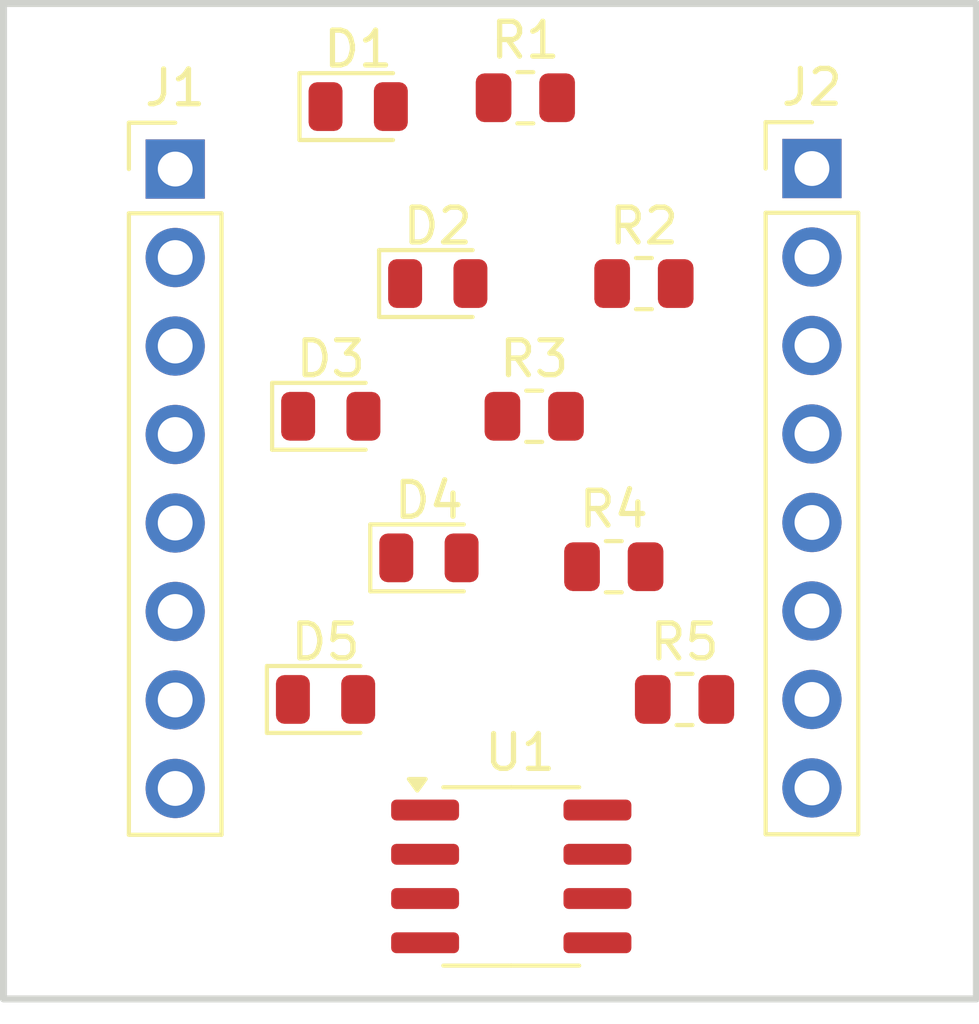
<source format=kicad_pcb>
(kicad_pcb (version 20240108) (generator "pcbnew") (generator_version "8.0")
  (layers (0 "F.Cu" signal) (31 "B.Cu" signal) (34 "B.Paste" user) (35 "F.Paste" user) (36 "B.SilkS" user "B.Silkscreen") (37 "F.SilkS" user "F.Silkscreen") (38 "B.Mask" user) (39 "F.Mask" user) (44 "Edge.Cuts" user))
  (net 0 "")
  (net 1 "Net-(D1-K)")
  (net 2 "/+3.3V")
  (net 3 "/SCK")
  (net 4 "Net-(D2-K)")
  (net 5 "Net-(D3-K)")
  (net 6 "/CS")
  (net 7 "/COPI")
  (net 8 "Net-(D4-K)")
  (net 9 "/PICO")
  (net 10 "Net-(D5-K)")
  (net 12 "GND")
  (footprint "Resistor_SMD:R_0805_2012Metric" (layer "F.Cu") (at 164.7425 133.35)
    (property "Reference" "R3" (at 0 -1.65 0) (layer "F.SilkS"))
    (property "Value" "1k")
    (fp_line (start -0.227064 -0.735) (end 0.227064 -0.735) (stroke (width 0.12)) (layer "F.SilkS"))
    (fp_line (start -0.227064 0.735) (end 0.227064 0.735) (stroke (width 0.12)) (layer "F.SilkS"))
    (pad "1" smd roundrect (at -0.9125 0) (size 1.025 1.4) (layers "F.Cu" "F.Paste" "F.Mask") (roundrect_rratio 0.243902) (net 5 "Net-(D3-K)"))
    (pad "2" smd roundrect (at 0.9125 0) (size 1.025 1.4) (layers "F.Cu" "F.Paste" "F.Mask") (roundrect_rratio 0.243902) (net 12 "GND"))
  )
  (footprint "Resistor_SMD:R_0805_2012Metric" (layer "F.Cu") (at 167.0285 137.668)
    (property "Reference" "R4" (at 0 -1.65 0) (layer "F.SilkS"))
    (property "Value" "1k")
    (fp_line (start -0.227064 -0.735) (end 0.227064 -0.735) (stroke (width 0.12)) (layer "F.SilkS"))
    (fp_line (start -0.227064 0.735) (end 0.227064 0.735) (stroke (width 0.12)) (layer "F.SilkS"))
    (pad "1" smd roundrect (at -0.9125 0) (size 1.025 1.4) (layers "F.Cu" "F.Paste" "F.Mask") (roundrect_rratio 0.243902) (net 8 "Net-(D4-K)"))
    (pad "2" smd roundrect (at 0.9125 0) (size 1.025 1.4) (layers "F.Cu" "F.Paste" "F.Mask") (roundrect_rratio 0.243902) (net 12 "GND"))
  )
  (footprint "Resistor_SMD:R_0805_2012Metric" (layer "F.Cu") (at 169.0605 141.478)
    (property "Reference" "R5" (at 0 -1.65 0) (layer "F.SilkS"))
    (property "Value" "1k")
    (fp_line (start -0.227064 -0.735) (end 0.227064 -0.735) (stroke (width 0.12)) (layer "F.SilkS"))
    (fp_line (start -0.227064 0.735) (end 0.227064 0.735) (stroke (width 0.12)) (layer "F.SilkS"))
    (pad "1" smd roundrect (at -0.9125 0) (size 1.025 1.4) (layers "F.Cu" "F.Paste" "F.Mask") (roundrect_rratio 0.243902) (net 10 "Net-(D5-K)"))
    (pad "2" smd roundrect (at 0.9125 0) (size 1.025 1.4) (layers "F.Cu" "F.Paste" "F.Mask") (roundrect_rratio 0.243902) (net 12 "GND"))
  )
  (footprint "Connector_PinHeader_2.54mm:PinHeader_1x08_P2.54mm_Vertical" (layer "F.Cu") (at 172.72 126.238)
    (property "Reference" "J2" (at 0 -2.33 0) (layer "F.SilkS"))
    (property "Value" "Conn_01x08")
    (fp_line (start -1.33 -1.33) (end 0 -1.33) (stroke (width 0.12)) (layer "F.SilkS"))
    (fp_line (start -1.33 0) (end -1.33 -1.33) (stroke (width 0.12)) (layer "F.SilkS"))
    (fp_line (start -1.33 1.27) (end -1.33 19.11) (stroke (width 0.12)) (layer "F.SilkS"))
    (fp_line (start -1.33 1.27) (end 1.33 1.27) (stroke (width 0.12)) (layer "F.SilkS"))
    (fp_line (start -1.33 19.11) (end 1.33 19.11) (stroke (width 0.12)) (layer "F.SilkS"))
    (fp_line (start 1.33 1.27) (end 1.33 19.11) (stroke (width 0.12)) (layer "F.SilkS"))
    (pad "1" thru_hole rect (at 0 0) (size 1.7 1.7) (drill 1) (layers "*.Cu" "*.Mask"))
    (pad "2" thru_hole oval (at 0 2.54) (size 1.7 1.7) (drill 1) (layers "*.Cu" "*.Mask"))
    (pad "3" thru_hole oval (at 0 5.08) (size 1.7 1.7) (drill 1) (layers "*.Cu" "*.Mask"))
    (pad "4" thru_hole oval (at 0 7.62) (size 1.7 1.7) (drill 1) (layers "*.Cu" "*.Mask"))
    (pad "5" thru_hole oval (at 0 10.16) (size 1.7 1.7) (drill 1) (layers "*.Cu" "*.Mask"))
    (pad "6" thru_hole oval (at 0 12.7) (size 1.7 1.7) (drill 1) (layers "*.Cu" "*.Mask"))
    (pad "7" thru_hole oval (at 0 15.24) (size 1.7 1.7) (drill 1) (layers "*.Cu" "*.Mask"))
    (pad "8" thru_hole oval (at 0 17.78) (size 1.7 1.7) (drill 1) (layers "*.Cu" "*.Mask"))
  )
  (footprint "LED_SMD:LED_0805_2012Metric" (layer "F.Cu") (at 161.7195 137.414)
    (property "Reference" "D4" (at 0 -1.65 0) (layer "F.SilkS"))
    (property "Value" "LED")
    (fp_line (start -1.685 -0.96) (end -1.685 0.96) (stroke (width 0.12)) (layer "F.SilkS"))
    (fp_line (start -1.685 0.96) (end 1 0.96) (stroke (width 0.12)) (layer "F.SilkS"))
    (fp_line (start 1 -0.96) (end -1.685 -0.96) (stroke (width 0.12)) (layer "F.SilkS"))
    (pad "1" smd roundrect (at -0.9375 0) (size 0.975 1.4) (layers "F.Cu" "F.Paste" "F.Mask") (net 8 "Net-(D4-K)"))
    (pad "2" smd roundrect (at 0.9375 0) (size 0.975 1.4) (layers "F.Cu" "F.Paste" "F.Mask") (net 7 "/COPI"))
  )
  (footprint "LED_SMD:LED_0805_2012Metric" (layer "F.Cu") (at 158.9005 133.35)
    (property "Reference" "D3" (at 0 -1.65 0) (layer "F.SilkS"))
    (property "Value" "LED")
    (fp_line (start -1.685 -0.96) (end -1.685 0.96) (stroke (width 0.12)) (layer "F.SilkS"))
    (fp_line (start -1.685 0.96) (end 1 0.96) (stroke (width 0.12)) (layer "F.SilkS"))
    (fp_line (start 1 -0.96) (end -1.685 -0.96) (stroke (width 0.12)) (layer "F.SilkS"))
    (pad "1" smd roundrect (at -0.9375 0) (size 0.975 1.4) (layers "F.Cu" "F.Paste" "F.Mask") (net 5 "Net-(D3-K)"))
    (pad "2" smd roundrect (at 0.9375 0) (size 0.975 1.4) (layers "F.Cu" "F.Paste" "F.Mask") (net 6 "/CS"))
  )
  (footprint "Resistor_SMD:R_0805_2012Metric" (layer "F.Cu") (at 167.894 129.54)
    (property "Reference" "R2" (at 0 -1.65 0) (layer "F.SilkS"))
    (property "Value" "1k")
    (fp_line (start -0.227064 -0.735) (end 0.227064 -0.735) (stroke (width 0.12)) (layer "F.SilkS"))
    (fp_line (start -0.227064 0.735) (end 0.227064 0.735) (stroke (width 0.12)) (layer "F.SilkS"))
    (pad "1" smd roundrect (at -0.9125 0) (size 1.025 1.4) (layers "F.Cu" "F.Paste" "F.Mask") (roundrect_rratio 0.243902) (net 4 "Net-(D2-K)"))
    (pad "2" smd roundrect (at 0.9125 0) (size 1.025 1.4) (layers "F.Cu" "F.Paste" "F.Mask") (roundrect_rratio 0.243902) (net 12 "GND"))
  )
  (footprint "Connector_PinHeader_2.54mm:PinHeader_1x08_P2.54mm_Vertical" (layer "F.Cu") (at 154.432 126.253)
    (property "Reference" "J1" (at 0 -2.33 0) (layer "F.SilkS"))
    (property "Value" "Conn_01x08")
    (fp_line (start -1.33 -1.33) (end 0 -1.33) (stroke (width 0.12)) (layer "F.SilkS"))
    (fp_line (start -1.33 0) (end -1.33 -1.33) (stroke (width 0.12)) (layer "F.SilkS"))
    (fp_line (start -1.33 1.27) (end -1.33 19.11) (stroke (width 0.12)) (layer "F.SilkS"))
    (fp_line (start -1.33 1.27) (end 1.33 1.27) (stroke (width 0.12)) (layer "F.SilkS"))
    (fp_line (start -1.33 19.11) (end 1.33 19.11) (stroke (width 0.12)) (layer "F.SilkS"))
    (fp_line (start 1.33 1.27) (end 1.33 19.11) (stroke (width 0.12)) (layer "F.SilkS"))
    (pad "1" thru_hole rect (at 0 0) (size 1.7 1.7) (drill 1) (layers "*.Cu" "*.Mask"))
    (pad "2" thru_hole oval (at 0 2.54) (size 1.7 1.7) (drill 1) (layers "*.Cu" "*.Mask"))
    (pad "3" thru_hole oval (at 0 5.08) (size 1.7 1.7) (drill 1) (layers "*.Cu" "*.Mask") (net 6 "/CS"))
    (pad "4" thru_hole oval (at 0 7.62) (size 1.7 1.7) (drill 1) (layers "*.Cu" "*.Mask") (net 3 "/SCK"))
    (pad "5" thru_hole oval (at 0 10.16) (size 1.7 1.7) (drill 1) (layers "*.Cu" "*.Mask") (net 9 "/PICO"))
    (pad "6" thru_hole oval (at 0 12.7) (size 1.7 1.7) (drill 1) (layers "*.Cu" "*.Mask") (net 7 "/COPI"))
    (pad "7" thru_hole oval (at 0 15.24) (size 1.7 1.7) (drill 1) (layers "*.Cu" "*.Mask") (net 2 "/+3.3V"))
    (pad "8" thru_hole oval (at 0 17.78) (size 1.7 1.7) (drill 1) (layers "*.Cu" "*.Mask") (net 12 "GND"))
  )
  (footprint "Package_SO:SOIC-8_3.9x4.9mm_P1.27mm" (layer "F.Cu") (at 164.084 146.558)
    (property "Reference" "U1" (at 0.254 -3.556 0) (layer "F.SilkS"))
    (property "Value" "~")
    (fp_line (start 0 -2.56) (end -1.95 -2.56) (stroke (width 0.12)) (layer "F.SilkS"))
    (fp_line (start 0 -2.56) (end 1.95 -2.56) (stroke (width 0.12)) (layer "F.SilkS"))
    (fp_line (start 0 2.56) (end -1.95 2.56) (stroke (width 0.12)) (layer "F.SilkS"))
    (fp_line (start 0 2.56) (end 1.95 2.56) (stroke (width 0.12)) (layer "F.SilkS"))
    (fp_poly (pts (xy -2.7 -2.465) (xy -2.94 -2.795) (xy -2.46 -2.795) (xy -2.7 -2.465)) (stroke (width 0.12)) (fill solid) (layer "F.SilkS"))
    (pad "1" smd roundrect (at -2.475 -1.905) (size 1.95 0.6) (layers "F.Cu" "F.Paste" "F.Mask") (net 2 "/+3.3V"))
    (pad "2" smd roundrect (at -2.475 -0.635) (size 1.95 0.6) (layers "F.Cu" "F.Paste" "F.Mask") (net 6 "/CS"))
    (pad "3" smd roundrect (at -2.475 0.635) (size 1.95 0.6) (layers "F.Cu" "F.Paste" "F.Mask") (net 3 "/SCK"))
    (pad "4" smd roundrect (at -2.475 1.905) (size 1.95 0.6) (layers "F.Cu" "F.Paste" "F.Mask") (net 12 "GND"))
    (pad "5" smd roundrect (at 2.475 1.905) (size 1.95 0.6) (layers "F.Cu" "F.Paste" "F.Mask") (net 9 "/PICO"))
    (pad "6" smd roundrect (at 2.475 0.635) (size 1.95 0.6) (layers "F.Cu" "F.Paste" "F.Mask") (net 7 "/COPI"))
    (pad "7" smd roundrect (at 2.475 -0.635) (size 1.95 0.6) (layers "F.Cu" "F.Paste" "F.Mask") (net 2 "/+3.3V"))
    (pad "8" smd roundrect (at 2.475 -1.905) (size 1.95 0.6) (layers "F.Cu" "F.Paste" "F.Mask") (net 2 "/+3.3V"))
  )
  (footprint "Resistor_SMD:R_0805_2012Metric" (layer "F.Cu") (at 164.4885 124.206)
    (property "Reference" "R1" (at 0 -1.65 0) (layer "F.SilkS"))
    (property "Value" "1k")
    (fp_line (start -0.227064 -0.735) (end 0.227064 -0.735) (stroke (width 0.12)) (layer "F.SilkS"))
    (fp_line (start -0.227064 0.735) (end 0.227064 0.735) (stroke (width 0.12)) (layer "F.SilkS"))
    (pad "1" smd roundrect (at -0.9125 0) (size 1.025 1.4) (layers "F.Cu" "F.Paste" "F.Mask") (roundrect_rratio 0.243902) (net 1 "Net-(D1-K)"))
    (pad "2" smd roundrect (at 0.9125 0) (size 1.025 1.4) (layers "F.Cu" "F.Paste" "F.Mask") (roundrect_rratio 0.243902) (net 12 "GND"))
  )
  (footprint "LED_SMD:LED_0805_2012Metric" (layer "F.Cu") (at 159.6875 124.46)
    (property "Reference" "D1" (at 0 -1.65 0) (layer "F.SilkS"))
    (property "Value" "LED")
    (fp_line (start -1.685 -0.96) (end -1.685 0.96) (stroke (width 0.12)) (layer "F.SilkS"))
    (fp_line (start -1.685 0.96) (end 1 0.96) (stroke (width 0.12)) (layer "F.SilkS"))
    (fp_line (start 1 -0.96) (end -1.685 -0.96) (stroke (width 0.12)) (layer "F.SilkS"))
    (pad "1" smd roundrect (at -0.9375 0) (size 0.975 1.4) (layers "F.Cu" "F.Paste" "F.Mask") (net 1 "Net-(D1-K)"))
    (pad "2" smd roundrect (at 0.9375 0) (size 0.975 1.4) (layers "F.Cu" "F.Paste" "F.Mask") (net 2 "/+3.3V"))
  )
  (footprint "LED_SMD:LED_0805_2012Metric" (layer "F.Cu") (at 158.75 141.478)
    (property "Reference" "D5" (at 0 -1.65 0) (layer "F.SilkS"))
    (property "Value" "LED")
    (fp_line (start -1.685 -0.96) (end -1.685 0.96) (stroke (width 0.12)) (layer "F.SilkS"))
    (fp_line (start -1.685 0.96) (end 1 0.96) (stroke (width 0.12)) (layer "F.SilkS"))
    (fp_line (start 1 -0.96) (end -1.685 -0.96) (stroke (width 0.12)) (layer "F.SilkS"))
    (pad "1" smd roundrect (at -0.9375 0) (size 0.975 1.4) (layers "F.Cu" "F.Paste" "F.Mask") (net 10 "Net-(D5-K)"))
    (pad "2" smd roundrect (at 0.9375 0) (size 0.975 1.4) (layers "F.Cu" "F.Paste" "F.Mask") (net 9 "/PICO"))
  )
  (footprint "LED_SMD:LED_0805_2012Metric" (layer "F.Cu") (at 161.9735 129.54)
    (property "Reference" "D2" (at 0 -1.65 0) (layer "F.SilkS"))
    (property "Value" "LED")
    (fp_line (start -1.685 -0.96) (end -1.685 0.96) (stroke (width 0.12)) (layer "F.SilkS"))
    (fp_line (start -1.685 0.96) (end 1 0.96) (stroke (width 0.12)) (layer "F.SilkS"))
    (fp_line (start 1 -0.96) (end -1.685 -0.96) (stroke (width 0.12)) (layer "F.SilkS"))
    (pad "1" smd roundrect (at -0.9375 0) (size 0.975 1.4) (layers "F.Cu" "F.Paste" "F.Mask") (net 4 "Net-(D2-K)"))
    (pad "2" smd roundrect (at 0.9375 0) (size 0.975 1.4) (layers "F.Cu" "F.Paste" "F.Mask") (net 3 "/SCK"))
  )
  (gr_rect (start 149.5 121.5) (end 177.44 150.075) (stroke (width 0.2)) (fill none) (layer "Edge.Cuts"))
)
</source>
